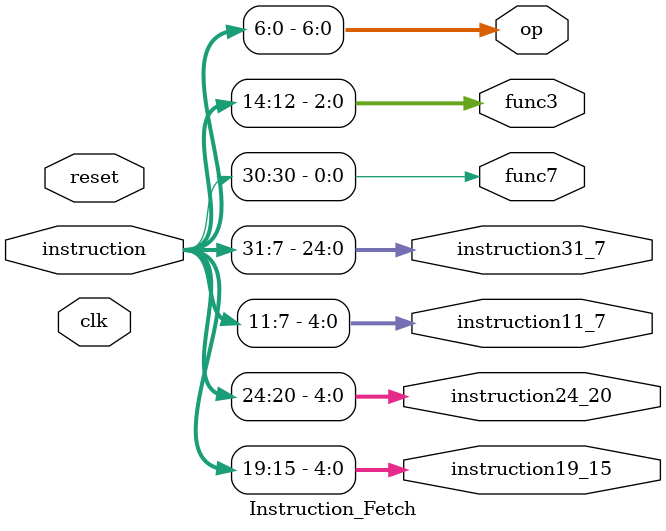
<source format=v>
`timescale 1ns / 1ps

module Instruction_Fetch (input [31:0] instruction, input reset, input clk,
    output reg [4:0] instruction19_15,instruction24_20,instruction11_7,
    output reg [31:7] instruction31_7,
    output reg func7,
    output reg [2:0] func3,
    output reg [6:0] op);

always @(*) 
	begin
		instruction19_15<=instruction[19:15];
		instruction24_20<=instruction[24:20];
		instruction11_7<=instruction[11:7];
		func7<= instruction[30]; 
		func3<= instruction[14:12];
		op<= instruction[6:0];
		instruction31_7<=instruction[31:7];
	end
endmodule



</source>
